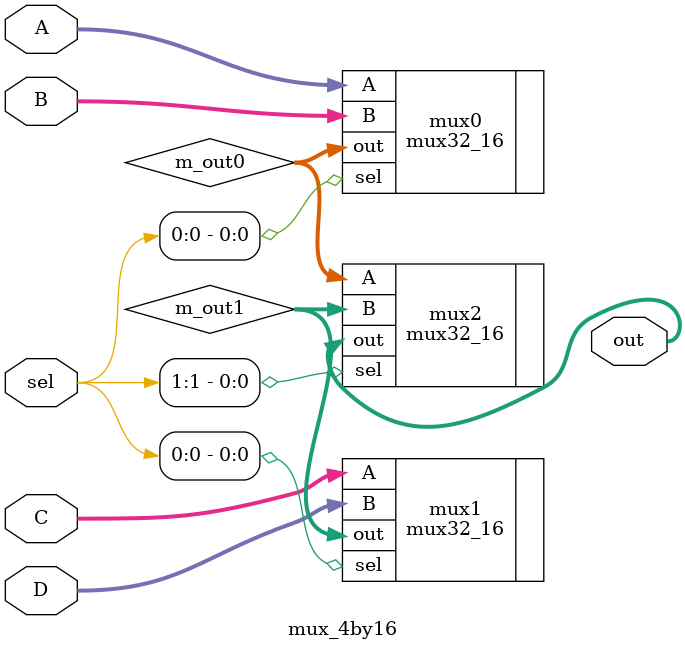
<source format=v>
module mux_4by16 (A, B, C, D, sel, out);
    
    input [15:0] A;
    input [15:0] B;
    input [15:0] C;
    input [15:0] D;
    input [1:0] sel;
    
    output [15:0] out;
    
    wire [15:0] m_out0;
    wire [15:0] m_out1;
    
    
    mux32_16 mux0 (.A(A[15:0]), .B(B[15:0]), .sel(sel[0]), .out(m_out0[15:0]));
    mux32_16 mux1 (.A(C[15:0]), .B(D[15:0]), .sel(sel[0]), .out(m_out1[15:0]));
    
    mux32_16 mux2 (.A(m_out0[15:0]), .B(m_out1[15:0]), .sel(sel[1]), .out(out[15:0]));
    
endmodule

</source>
